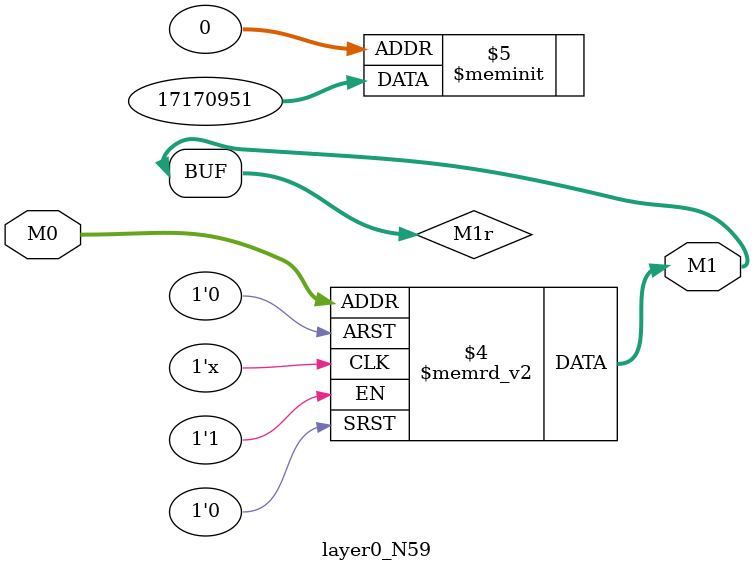
<source format=v>
module layer0_N59 ( input [3:0] M0, output [1:0] M1 );

	(*rom_style = "distributed" *) reg [1:0] M1r;
	assign M1 = M1r;
	always @ (M0) begin
		case (M0)
			4'b0000: M1r = 2'b11;
			4'b1000: M1r = 2'b10;
			4'b0100: M1r = 2'b10;
			4'b1100: M1r = 2'b01;
			4'b0010: M1r = 2'b00;
			4'b1010: M1r = 2'b00;
			4'b0110: M1r = 2'b00;
			4'b1110: M1r = 2'b00;
			4'b0001: M1r = 2'b01;
			4'b1001: M1r = 2'b01;
			4'b0101: M1r = 2'b00;
			4'b1101: M1r = 2'b00;
			4'b0011: M1r = 2'b00;
			4'b1011: M1r = 2'b00;
			4'b0111: M1r = 2'b00;
			4'b1111: M1r = 2'b00;

		endcase
	end
endmodule

</source>
